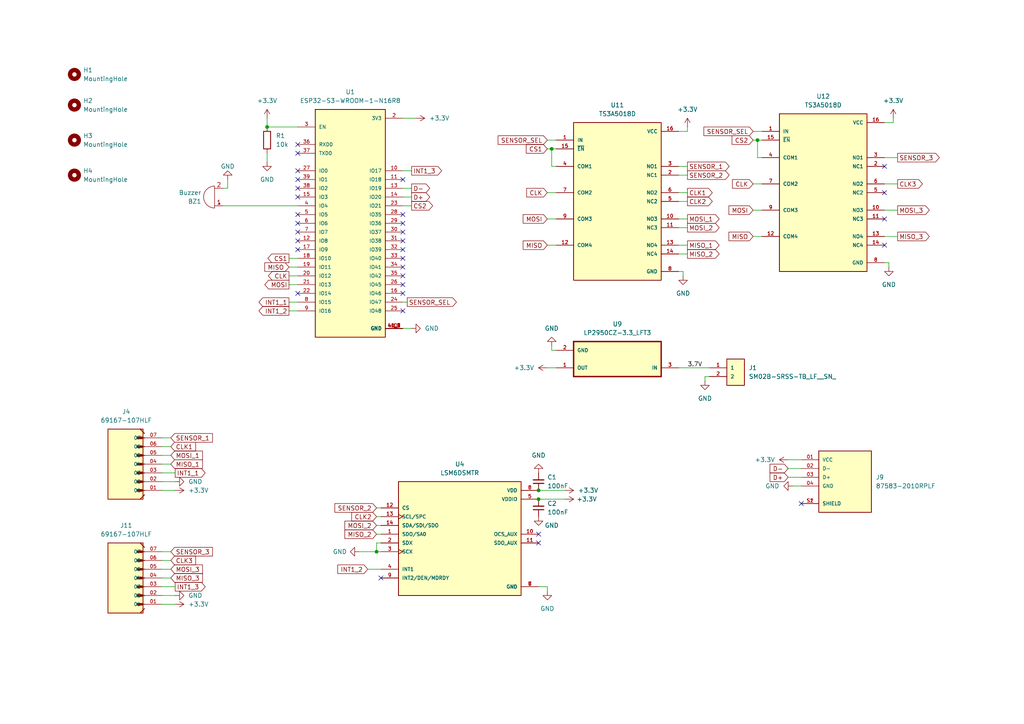
<source format=kicad_sch>
(kicad_sch (version 20230121) (generator eeschema)
  (paper "A4")
  (lib_symbols
    (symbol "69167-107HLF:69167-107HLF" (pin_names (offset 1.016))
      (property "Reference" "J" (at -5.58 10.16 0))
      (property "Value" "69167-107HLF" (at -5.08 -12.7 0))
      (symbol "69167-107HLF_0_0"
        (rectangle (start -4.647 -10.16) (end 5.513 10.16) (stroke (width 0.254)) (fill (type background)))
        (rectangle (start -4.445 -7.9375) (end -2.8575 -7.3025) (stroke (width 0.1)) (fill (type outline)))
        (rectangle (start -4.445 -5.3975) (end -2.8575 -4.7625) (stroke (width 0.1)) (fill (type outline)))
        (rectangle (start -4.445 -2.8575) (end -2.8575 -2.2225) (stroke (width 0.1)) (fill (type outline)))
        (rectangle (start -4.445 -0.3175) (end -2.8575 0.3175) (stroke (width 0.1)) (fill (type outline)))
        (rectangle (start -4.445 2.2225) (end -2.8575 2.8575) (stroke (width 0.1)) (fill (type outline)))
        (rectangle (start -4.445 4.7625) (end -2.8575 5.3975) (stroke (width 0.1)) (fill (type outline)))
        (rectangle (start -4.445 7.3025) (end -2.8575 7.9375) (stroke (width 0.1)) (fill (type outline)))
        (polyline (pts (xy -5.08 -8.89) (xy -3.81 -10.16)) (stroke (width 0.254)))
        (polyline (pts (xy -5.08 -7.62) (xy -3.175 -7.62)) (stroke (width 0.254)))
        (polyline (pts (xy -5.08 -5.08) (xy -3.175 -5.08)) (stroke (width 0.254)))
        (polyline (pts (xy -5.08 -2.54) (xy -3.175 -2.54)) (stroke (width 0.254)))
        (polyline (pts (xy -5.08 0) (xy -3.175 0)) (stroke (width 0.254)))
        (polyline (pts (xy -5.08 2.54) (xy -3.175 2.54)) (stroke (width 0.254)))
        (polyline (pts (xy -5.08 5.08) (xy -3.175 5.08)) (stroke (width 0.254)))
        (polyline (pts (xy -5.08 7.62) (xy -3.175 7.62)) (stroke (width 0.254)))
        (polyline (pts (xy -5.08 8.89) (xy -3.81 10.16)) (stroke (width 0.254)))
        (pin passive line (at -10.16 7.62 0) (length 5.08) (name "01") (number "01"))
        (pin passive line (at -10.16 5.08 0) (length 5.08) (name "02") (number "02"))
        (pin passive line (at -10.16 2.54 0) (length 5.08) (name "03") (number "03"))
        (pin passive line (at -10.16 0 0) (length 5.08) (name "04") (number "04"))
        (pin passive line (at -10.16 -2.54 0) (length 5.08) (name "05") (number "05"))
        (pin passive line (at -10.16 -5.08 0) (length 5.08) (name "06") (number "06"))
        (pin passive line (at -10.16 -7.62 0) (length 5.08) (name "07") (number "07"))
      )
    )
    (symbol "87583-2010RPLF:87583-2010RPLF" (pin_names (offset 1.016))
      (property "Reference" "J" (at -7.62 10.922 0))
      (property "Value" "87583-2010RPLF" (at -7.62 -10.16 0))
      (symbol "87583-2010RPLF_0_0"
        (rectangle (start -7.62 -7.62) (end 7.62 10.16) (stroke (width 0.254)) (fill (type background)))
        (pin power_in line (at -12.7 7.62 0) (length 5.08) (name "VCC") (number "01"))
        (pin bidirectional line (at -12.7 5.08 0) (length 5.08) (name "D-") (number "02"))
        (pin bidirectional line (at -12.7 2.54 0) (length 5.08) (name "D+") (number "03"))
        (pin power_in line (at -12.7 0 0) (length 5.08) (name "GND") (number "04"))
        (pin passive line (at -12.7 -5.08 0) (length 5.08) (name "SHIELD") (number "S1"))
        (pin passive line (at -12.7 -5.08 0) (length 5.08) (name "SHIELD") (number "S2"))
      )
    )
    (symbol "Device:Buzzer" (pin_names (offset 0.0254) hide)
      (property "Reference" "BZ" (at 3.81 1.27 0))
      (property "Value" "Buzzer" (at 3.81 -1.27 0))
      (symbol "Buzzer_0_1"
        (arc (start 0 -3.175) (mid 3.1612 0) (end 0 3.175))
        (polyline (pts (xy -1.651 1.905) (xy -1.143 1.905)))
        (polyline (pts (xy -1.397 2.159) (xy -1.397 1.651)))
        (polyline (pts (xy 0 3.175) (xy 0 -3.175)))
      )
      (symbol "Buzzer_1_1"
        (pin passive line (at -2.54 2.54 0) (length 2.54) (name "+") (number "1"))
        (pin passive line (at -2.54 -2.54 0) (length 2.54) (name "-") (number "2"))
      )
    )
    (symbol "Device:C_Small" (pin_numbers hide) (pin_names (offset 0.254) hide)
      (property "Reference" "C" (at 0.254 1.778 0))
      (property "Value" "C_Small" (at 0.254 -2.032 0))
      (symbol "C_Small_0_1"
        (polyline (pts (xy -1.524 -0.508) (xy 1.524 -0.508)) (stroke (width 0.3302)))
        (polyline (pts (xy -1.524 0.508) (xy 1.524 0.508)) (stroke (width 0.3048)))
      )
      (symbol "C_Small_1_1"
        (pin passive line (at 0 2.54 270) (length 2.032) (name "~") (number "1"))
        (pin passive line (at 0 -2.54 90) (length 2.032) (name "~") (number "2"))
      )
    )
    (symbol "Device:R" (pin_numbers hide) (pin_names (offset 0))
      (property "Reference" "R" (at 2.032 0 90))
      (property "Value" "R" (at 0 0 90))
      (symbol "R_0_1"
        (rectangle (start -1.016 -2.54) (end 1.016 2.54) (stroke (width 0.254)))
      )
      (symbol "R_1_1"
        (pin passive line (at 0 3.81 270) (length 1.27) (name "~") (number "1"))
        (pin passive line (at 0 -3.81 90) (length 1.27) (name "~") (number "2"))
      )
    )
    (symbol "ESP32-S3-WROOM-1-N16R8:ESP32-S3-WROOM-1-N16R8" (pin_names (offset 1.016))
      (property "Reference" "U" (at -10.16 31.5722 0))
      (property "Value" "ESP32-S3-WROOM-1-N16R8" (at -10.16 -38.1 0))
      (symbol "ESP32-S3-WROOM-1-N16R8_0_0"
        (rectangle (start -10.16 -35.56) (end 10.16 30.48) (stroke (width 0.254)) (fill (type background)))
        (pin power_in line (at 15.24 -33.02 180) (length 5.08) (name "GND") (number "1"))
        (pin bidirectional line (at 15.24 12.7 180) (length 5.08) (name "IO17") (number "10"))
        (pin bidirectional line (at 15.24 10.16 180) (length 5.08) (name "IO18") (number "11"))
        (pin bidirectional line (at -15.24 -7.62 0) (length 5.08) (name "IO8") (number "12"))
        (pin bidirectional line (at 15.24 7.62 180) (length 5.08) (name "IO19") (number "13"))
        (pin bidirectional line (at 15.24 5.08 180) (length 5.08) (name "IO20") (number "14"))
        (pin bidirectional line (at -15.24 5.08 0) (length 5.08) (name "IO3") (number "15"))
        (pin bidirectional line (at 15.24 -22.86 180) (length 5.08) (name "IO46") (number "16"))
        (pin bidirectional line (at -15.24 -10.16 0) (length 5.08) (name "IO9") (number "17"))
        (pin bidirectional line (at -15.24 -12.7 0) (length 5.08) (name "IO10") (number "18"))
        (pin bidirectional line (at -15.24 -15.24 0) (length 5.08) (name "IO11") (number "19"))
        (pin power_in line (at 15.24 27.94 180) (length 5.08) (name "3V3") (number "2"))
        (pin bidirectional line (at -15.24 -17.78 0) (length 5.08) (name "IO12") (number "20"))
        (pin bidirectional line (at -15.24 -20.32 0) (length 5.08) (name "IO13") (number "21"))
        (pin bidirectional line (at -15.24 -22.86 0) (length 5.08) (name "IO14") (number "22"))
        (pin bidirectional line (at 15.24 2.54 180) (length 5.08) (name "IO21") (number "23"))
        (pin bidirectional line (at 15.24 -25.4 180) (length 5.08) (name "IO47") (number "24"))
        (pin bidirectional line (at 15.24 -27.94 180) (length 5.08) (name "IO48") (number "25"))
        (pin bidirectional line (at 15.24 -20.32 180) (length 5.08) (name "IO45") (number "26"))
        (pin bidirectional line (at -15.24 12.7 0) (length 5.08) (name "IO0") (number "27"))
        (pin bidirectional line (at 15.24 0 180) (length 5.08) (name "IO35") (number "28"))
        (pin bidirectional line (at 15.24 -2.54 180) (length 5.08) (name "IO36") (number "29"))
        (pin input line (at -15.24 25.4 0) (length 5.08) (name "EN") (number "3"))
        (pin bidirectional line (at 15.24 -5.08 180) (length 5.08) (name "IO37") (number "30"))
        (pin bidirectional line (at 15.24 -7.62 180) (length 5.08) (name "IO38") (number "31"))
        (pin bidirectional line (at 15.24 -10.16 180) (length 5.08) (name "IO39") (number "32"))
        (pin bidirectional line (at 15.24 -12.7 180) (length 5.08) (name "IO40") (number "33"))
        (pin bidirectional line (at 15.24 -15.24 180) (length 5.08) (name "IO41") (number "34"))
        (pin bidirectional line (at 15.24 -17.78 180) (length 5.08) (name "IO42") (number "35"))
        (pin bidirectional line (at -15.24 20.32 0) (length 5.08) (name "RXD0") (number "36"))
        (pin bidirectional line (at -15.24 17.78 0) (length 5.08) (name "TXD0") (number "37"))
        (pin bidirectional line (at -15.24 7.62 0) (length 5.08) (name "IO2") (number "38"))
        (pin bidirectional line (at -15.24 10.16 0) (length 5.08) (name "IO1") (number "39"))
        (pin bidirectional line (at -15.24 2.54 0) (length 5.08) (name "IO4") (number "4"))
        (pin power_in line (at 15.24 -33.02 180) (length 5.08) (name "GND") (number "40"))
        (pin power_in line (at 15.24 -33.02 180) (length 5.08) (name "GND") (number "41_1"))
        (pin power_in line (at 15.24 -33.02 180) (length 5.08) (name "GND") (number "41_2"))
        (pin power_in line (at 15.24 -33.02 180) (length 5.08) (name "GND") (number "41_3"))
        (pin power_in line (at 15.24 -33.02 180) (length 5.08) (name "GND") (number "41_4"))
        (pin power_in line (at 15.24 -33.02 180) (length 5.08) (name "GND") (number "41_5"))
        (pin power_in line (at 15.24 -33.02 180) (length 5.08) (name "GND") (number "41_6"))
        (pin power_in line (at 15.24 -33.02 180) (length 5.08) (name "GND") (number "41_7"))
        (pin power_in line (at 15.24 -33.02 180) (length 5.08) (name "GND") (number "41_8"))
        (pin power_in line (at 15.24 -33.02 180) (length 5.08) (name "GND") (number "41_9"))
        (pin bidirectional line (at -15.24 0 0) (length 5.08) (name "IO5") (number "5"))
        (pin bidirectional line (at -15.24 -2.54 0) (length 5.08) (name "IO6") (number "6"))
        (pin bidirectional line (at -15.24 -5.08 0) (length 5.08) (name "IO7") (number "7"))
        (pin bidirectional line (at -15.24 -25.4 0) (length 5.08) (name "IO15") (number "8"))
        (pin bidirectional line (at -15.24 -27.94 0) (length 5.08) (name "IO16") (number "9"))
      )
    )
    (symbol "LP2950CZ-3.3_LFT3:LP2950CZ-3.3_LFT3" (pin_names (offset 1.016))
      (property "Reference" "U" (at -12.7 6.08 0))
      (property "Value" "LP2950CZ-3.3_LFT3" (at -12.7 -9.08 0))
      (symbol "LP2950CZ-3.3_LFT3_0_0"
        (rectangle (start -12.7 -5.08) (end 12.7 5.08) (stroke (width 0.41)) (fill (type background)))
        (pin output line (at 17.78 2.54 180) (length 5.08) (name "OUT") (number "1"))
        (pin power_in line (at 17.78 -2.54 180) (length 5.08) (name "GND") (number "2"))
        (pin input line (at -17.78 2.54 0) (length 5.08) (name "IN") (number "3"))
      )
    )
    (symbol "LSM6DSMTR:LSM6DSMTR" (pin_names (offset 1.016))
      (property "Reference" "U" (at -17.78 16.51 0))
      (property "Value" "LSM6DSMTR" (at -17.78 -21.59 0))
      (symbol "LSM6DSMTR_0_0"
        (rectangle (start -17.78 -17.78) (end 17.78 15.24) (stroke (width 0.254)) (fill (type background)))
        (pin bidirectional line (at -22.86 0 0) (length 5.08) (name "SDO/SA0") (number "1"))
        (pin input line (at 22.86 0 180) (length 5.08) (name "OCS_AUX") (number "10"))
        (pin bidirectional line (at 22.86 -2.54 180) (length 5.08) (name "SDO_AUX") (number "11"))
        (pin input line (at -22.86 7.62 0) (length 5.08) (name "CS") (number "12"))
        (pin input clock (at -22.86 5.08 0) (length 5.08) (name "SCL/SPC") (number "13"))
        (pin bidirectional line (at -22.86 2.54 0) (length 5.08) (name "SDA/SDI/SDO") (number "14"))
        (pin bidirectional line (at -22.86 -2.54 0) (length 5.08) (name "SDX") (number "2"))
        (pin bidirectional clock (at -22.86 -5.08 0) (length 5.08) (name "SCX") (number "3"))
        (pin input line (at -22.86 -10.16 0) (length 5.08) (name "INT1") (number "4"))
        (pin power_in line (at 22.86 10.16 180) (length 5.08) (name "VDDIO") (number "5"))
        (pin power_in line (at 22.86 -15.24 180) (length 5.08) (name "GND") (number "6"))
        (pin power_in line (at 22.86 -15.24 180) (length 5.08) (name "GND") (number "7"))
        (pin power_in line (at 22.86 12.7 180) (length 5.08) (name "VDD") (number "8"))
        (pin input line (at -22.86 -12.7 0) (length 5.08) (name "INT2/DEN/MDRDY") (number "9"))
      )
    )
    (symbol "Mechanical:MountingHole" (pin_names (offset 1.016))
      (property "Reference" "H" (at 0 5.08 0))
      (property "Value" "MountingHole" (at 0 3.175 0))
      (symbol "MountingHole_0_1"
        (circle (center 0 0) (radius 1.27) (stroke (width 1.27)))
      )
    )
    (symbol "SM02B-SRSS-TB_LF__SN_:SM02B-SRSS-TB_LF__SN_" (pin_names (offset 1.016))
      (property "Reference" "J" (at 11.4936 5.1092 0))
      (property "Value" "SM02B-SRSS-TB_LF__SN_" (at 11.4908 2.5582 0))
      (symbol "SM02B-SRSS-TB_LF__SN__0_0"
        (rectangle (start 5.08 0) (end 10.16 7.62) (stroke (width 0.254)) (fill (type background)))
        (pin bidirectional line (at 0 5.08 0) (length 5.08) (name "1") (number "1"))
        (pin bidirectional line (at 0 2.54 0) (length 5.08) (name "2") (number "2"))
      )
    )
    (symbol "TS3A5018D:TS3A5018D" (pin_names (offset 1.016))
      (property "Reference" "U" (at -12.7 23.86 0))
      (property "Value" "TS3A5018D" (at -12.7 -25.336 0))
      (symbol "TS3A5018D_0_0"
        (rectangle (start -12.7 -22.86) (end 12.7 22.86) (stroke (width 0.254)) (fill (type background)))
        (pin input line (at -17.78 17.78 0) (length 5.08) (name "IN") (number "1"))
        (pin passive line (at 17.78 -5.08 180) (length 5.08) (name "NO3") (number "10"))
        (pin passive line (at 17.78 -7.62 180) (length 5.08) (name "NC3") (number "11"))
        (pin passive line (at -17.78 -12.7 0) (length 5.08) (name "COM4") (number "12"))
        (pin passive line (at 17.78 -12.7 180) (length 5.08) (name "NO4") (number "13"))
        (pin passive line (at 17.78 -15.24 180) (length 5.08) (name "NC4") (number "14"))
        (pin input line (at -17.78 15.24 0) (length 5.08) (name "~{EN}") (number "15"))
        (pin power_in line (at 17.78 20.32 180) (length 5.08) (name "VCC") (number "16"))
        (pin passive line (at 17.78 7.62 180) (length 5.08) (name "NC1") (number "2"))
        (pin passive line (at 17.78 10.16 180) (length 5.08) (name "NO1") (number "3"))
        (pin passive line (at -17.78 10.16 0) (length 5.08) (name "COM1") (number "4"))
        (pin passive line (at 17.78 0 180) (length 5.08) (name "NC2") (number "5"))
        (pin passive line (at 17.78 2.54 180) (length 5.08) (name "NO2") (number "6"))
        (pin passive line (at -17.78 2.54 0) (length 5.08) (name "COM2") (number "7"))
        (pin power_in line (at 17.78 -20.32 180) (length 5.08) (name "GND") (number "8"))
        (pin passive line (at -17.78 -5.08 0) (length 5.08) (name "COM3") (number "9"))
      )
    )
    (symbol "power:+3.3V" (power) (pin_names (offset 0))
      (property "Value" "+3.3V" (at 0 3.556 0))
      (symbol "+3.3V_0_1"
        (polyline (pts (xy -0.762 1.27) (xy 0 2.54)))
        (polyline (pts (xy 0 0) (xy 0 2.54)))
        (polyline (pts (xy 0 2.54) (xy 0.762 1.27)))
      )
      (symbol "+3.3V_1_1"
        (pin power_in line (at 0 0 90) (length 0) hide (name "+3.3V") (number "1"))
      )
    )
    (symbol "power:GND" (power) (pin_names (offset 0))
      (property "Value" "GND" (at 0 -3.81 0))
      (symbol "GND_0_1"
        (polyline (pts (xy 0 0) (xy 0 -1.27) (xy 1.27 -1.27) (xy 0 -2.54) (xy -1.27 -1.27) (xy 0 -1.27)))
      )
      (symbol "GND_1_1"
        (pin power_in line (at 0 0 270) (length 0) hide (name "GND") (number "1"))
      )
    )
  )
  (junction (at 160.02 43.18))
  (junction (at 156.21 142.24))
  (junction (at 109.22 160.02))
  (junction (at 77.47 36.83))
  (junction (at 219.71 40.64))
  (junction (at 156.21 144.78))
  (no_connect (at 116.84 90.17))
  (no_connect (at 116.84 74.93))
  (no_connect (at 256.54 55.88))
  (no_connect (at 110.49 167.64))
  (no_connect (at 86.36 49.53))
  (no_connect (at 116.84 77.47))
  (no_connect (at 256.54 48.26))
  (no_connect (at 116.84 69.85))
  (no_connect (at 86.36 64.77))
  (no_connect (at 86.36 41.91))
  (no_connect (at 86.36 54.61))
  (no_connect (at 86.36 44.45))
  (no_connect (at 86.36 52.07))
  (no_connect (at 156.21 157.48))
  (no_connect (at 232.41 146.05))
  (no_connect (at 86.36 69.85))
  (no_connect (at 256.54 63.5))
  (no_connect (at 86.36 67.31))
  (no_connect (at 256.54 71.12))
  (no_connect (at 86.36 85.09))
  (no_connect (at 116.84 64.77))
  (no_connect (at 86.36 62.23))
  (no_connect (at 116.84 72.39))
  (no_connect (at 116.84 67.31))
  (no_connect (at 86.36 72.39))
  (no_connect (at 156.21 154.94))
  (no_connect (at 116.84 80.01))
  (no_connect (at 116.84 62.23))
  (no_connect (at 86.36 57.15))
  (no_connect (at 116.84 52.07))
  (no_connect (at 116.84 85.09))
  (no_connect (at 116.84 82.55))
  (wire (pts (xy 46.99 137.16) (xy 50.8 137.16)))
  (wire (pts (xy 83.82 82.55) (xy 86.36 82.55)))
  (wire (pts (xy 158.75 63.5) (xy 161.29 63.5)))
  (wire (pts (xy 46.99 134.62) (xy 49.53 134.62)))
  (wire (pts (xy 219.71 45.72) (xy 220.98 45.72)))
  (wire (pts (xy 83.82 90.17) (xy 86.36 90.17)))
  (wire (pts (xy 77.47 44.45) (xy 77.47 46.99)))
  (wire (pts (xy 196.85 38.1) (xy 199.39 38.1)))
  (wire (pts (xy 256.54 45.72) (xy 260.35 45.72)))
  (wire (pts (xy 160.02 48.26) (xy 161.29 48.26)))
  (wire (pts (xy 104.14 160.02) (xy 109.22 160.02)))
  (wire (pts (xy 156.21 144.78) (xy 163.83 144.78)))
  (wire (pts (xy 46.99 167.64) (xy 49.53 167.64)))
  (wire (pts (xy 46.99 165.1) (xy 49.53 165.1)))
  (wire (pts (xy 160.02 43.18) (xy 161.29 43.18)))
  (wire (pts (xy 83.82 80.01) (xy 86.36 80.01)))
  (wire (pts (xy 218.44 53.34) (xy 220.98 53.34)))
  (wire (pts (xy 219.71 40.64) (xy 219.71 45.72)))
  (wire (pts (xy 109.22 149.86) (xy 110.49 149.86)))
  (wire (pts (xy 219.71 40.64) (xy 220.98 40.64)))
  (wire (pts (xy 158.75 55.88) (xy 161.29 55.88)))
  (wire (pts (xy 228.6 138.43) (xy 232.41 138.43)))
  (wire (pts (xy 160.02 43.18) (xy 160.02 48.26)))
  (wire (pts (xy 218.44 60.96) (xy 220.98 60.96)))
  (wire (pts (xy 83.82 74.93) (xy 86.36 74.93)))
  (wire (pts (xy 46.99 175.26) (xy 50.8 175.26)))
  (wire (pts (xy 161.29 101.6) (xy 160.02 101.6)))
  (wire (pts (xy 196.85 78.74) (xy 198.12 78.74)))
  (wire (pts (xy 83.82 87.63) (xy 86.36 87.63)))
  (wire (pts (xy 199.39 38.1) (xy 199.39 36.83)))
  (wire (pts (xy 158.75 43.18) (xy 160.02 43.18)))
  (wire (pts (xy 196.85 66.04) (xy 199.39 66.04)))
  (wire (pts (xy 46.99 139.7) (xy 50.8 139.7)))
  (wire (pts (xy 256.54 35.56) (xy 259.08 35.56)))
  (wire (pts (xy 116.84 54.61) (xy 119.38 54.61)))
  (wire (pts (xy 118.11 87.63) (xy 116.84 87.63)))
  (wire (pts (xy 228.6 135.89) (xy 232.41 135.89)))
  (wire (pts (xy 256.54 60.96) (xy 260.35 60.96)))
  (wire (pts (xy 158.75 170.18) (xy 158.75 171.45)))
  (wire (pts (xy 256.54 53.34) (xy 260.35 53.34)))
  (wire (pts (xy 259.08 35.56) (xy 259.08 34.29)))
  (wire (pts (xy 109.22 154.94) (xy 110.49 154.94)))
  (wire (pts (xy 77.47 36.83) (xy 86.36 36.83)))
  (wire (pts (xy 196.85 71.12) (xy 199.39 71.12)))
  (wire (pts (xy 109.22 160.02) (xy 110.49 160.02)))
  (wire (pts (xy 218.44 38.1) (xy 220.98 38.1)))
  (wire (pts (xy 116.84 34.29) (xy 120.65 34.29)))
  (wire (pts (xy 46.99 162.56) (xy 49.53 162.56)))
  (wire (pts (xy 196.85 63.5) (xy 199.39 63.5)))
  (wire (pts (xy 66.04 54.61) (xy 64.77 54.61)))
  (wire (pts (xy 156.21 142.24) (xy 163.83 142.24)))
  (wire (pts (xy 256.54 68.58) (xy 260.35 68.58)))
  (wire (pts (xy 156.21 170.18) (xy 158.75 170.18)))
  (wire (pts (xy 204.47 109.22) (xy 204.47 110.49)))
  (wire (pts (xy 83.82 77.47) (xy 86.36 77.47)))
  (wire (pts (xy 218.44 40.64) (xy 219.71 40.64)))
  (wire (pts (xy 46.99 172.72) (xy 50.8 172.72)))
  (wire (pts (xy 46.99 160.02) (xy 49.53 160.02)))
  (wire (pts (xy 116.84 49.53) (xy 119.38 49.53)))
  (wire (pts (xy 109.22 157.48) (xy 109.22 160.02)))
  (wire (pts (xy 46.99 132.08) (xy 49.53 132.08)))
  (wire (pts (xy 257.81 76.2) (xy 257.81 77.47)))
  (wire (pts (xy 64.77 59.69) (xy 86.36 59.69)))
  (wire (pts (xy 66.04 52.07) (xy 66.04 54.61)))
  (wire (pts (xy 196.85 50.8) (xy 199.39 50.8)))
  (wire (pts (xy 205.74 109.22) (xy 204.47 109.22)))
  (wire (pts (xy 109.22 147.32) (xy 110.49 147.32)))
  (wire (pts (xy 116.84 57.15) (xy 119.38 57.15)))
  (wire (pts (xy 46.99 142.24) (xy 50.8 142.24)))
  (wire (pts (xy 158.75 71.12) (xy 161.29 71.12)))
  (wire (pts (xy 109.22 152.4) (xy 110.49 152.4)))
  (wire (pts (xy 196.85 106.68) (xy 205.74 106.68)))
  (wire (pts (xy 110.49 157.48) (xy 109.22 157.48)))
  (wire (pts (xy 196.85 55.88) (xy 199.39 55.88)))
  (wire (pts (xy 229.87 140.97) (xy 232.41 140.97)))
  (wire (pts (xy 158.75 106.68) (xy 161.29 106.68)))
  (wire (pts (xy 198.12 78.74) (xy 198.12 80.01)))
  (wire (pts (xy 196.85 48.26) (xy 199.39 48.26)))
  (wire (pts (xy 77.47 34.29) (xy 77.47 36.83)))
  (wire (pts (xy 106.68 165.1) (xy 110.49 165.1)))
  (wire (pts (xy 46.99 127) (xy 49.53 127)))
  (wire (pts (xy 196.85 58.42) (xy 199.39 58.42)))
  (wire (pts (xy 218.44 68.58) (xy 220.98 68.58)))
  (wire (pts (xy 46.99 170.18) (xy 50.8 170.18)))
  (wire (pts (xy 228.6 133.35) (xy 232.41 133.35)))
  (wire (pts (xy 256.54 76.2) (xy 257.81 76.2)))
  (wire (pts (xy 116.84 59.69) (xy 119.38 59.69)))
  (wire (pts (xy 160.02 101.6) (xy 160.02 100.33)))
  (wire (pts (xy 46.99 129.54) (xy 49.53 129.54)))
  (wire (pts (xy 158.75 40.64) (xy 161.29 40.64)))
  (wire (pts (xy 196.85 73.66) (xy 199.39 73.66)))
  (wire (pts (xy 116.84 95.25) (xy 119.38 95.25)))
  (label "3.7V" (at 199.39 106.68 0))
  (global_label "MOSI_2" (shape output) (at 199.39 66.04 0) (property "Intersheetrefs" "${INTERSHEET_REFS}" (effects hide)))
  (global_label "CLK1" (shape input) (at 49.53 129.54 0) (property "Intersheetrefs" "${INTERSHEET_REFS}" (effects hide)))
  (global_label "SENSOR_1" (shape input) (at 49.53 127 0) (property "Intersheetrefs" "${INTERSHEET_REFS}" (effects hide)))
  (global_label "MISO_1" (shape input) (at 49.53 134.62 0) (property "Intersheetrefs" "${INTERSHEET_REFS}" (effects hide)))
  (global_label "D-" (shape input) (at 228.6 135.89 180) (property "Intersheetrefs" "${INTERSHEET_REFS}" (effects hide)))
  (global_label "MOSI_3" (shape output) (at 260.35 60.96 0) (property "Intersheetrefs" "${INTERSHEET_REFS}" (effects hide)))
  (global_label "MOSI" (shape input) (at 158.75 63.5 180) (property "Intersheetrefs" "${INTERSHEET_REFS}" (effects hide)))
  (global_label "CLK2" (shape input) (at 109.22 149.86 180) (property "Intersheetrefs" "${INTERSHEET_REFS}" (effects hide)))
  (global_label "CLK1" (shape output) (at 199.39 55.88 0) (property "Intersheetrefs" "${INTERSHEET_REFS}" (effects hide)))
  (global_label "CS1" (shape input) (at 158.75 43.18 180) (property "Intersheetrefs" "${INTERSHEET_REFS}" (effects hide)))
  (global_label "CLK" (shape input) (at 158.75 55.88 180) (property "Intersheetrefs" "${INTERSHEET_REFS}" (effects hide)))
  (global_label "INT1_3" (shape output) (at 119.38 49.53 0) (property "Intersheetrefs" "${INTERSHEET_REFS}" (effects hide)))
  (global_label "CS1" (shape output) (at 83.82 74.93 180) (property "Intersheetrefs" "${INTERSHEET_REFS}" (effects hide)))
  (global_label "INT1_2" (shape input) (at 106.68 165.1 180) (property "Intersheetrefs" "${INTERSHEET_REFS}" (effects hide)))
  (global_label "MOSI_1" (shape output) (at 199.39 63.5 0) (property "Intersheetrefs" "${INTERSHEET_REFS}" (effects hide)))
  (global_label "D-" (shape output) (at 119.38 54.61 0) (property "Intersheetrefs" "${INTERSHEET_REFS}" (effects hide)))
  (global_label "CLK" (shape input) (at 218.44 53.34 180) (property "Intersheetrefs" "${INTERSHEET_REFS}" (effects hide)))
  (global_label "MISO_2" (shape output) (at 199.39 73.66 0) (property "Intersheetrefs" "${INTERSHEET_REFS}" (effects hide)))
  (global_label "SENSOR_3" (shape input) (at 49.53 160.02 0) (property "Intersheetrefs" "${INTERSHEET_REFS}" (effects hide)))
  (global_label "SENSOR_SEL" (shape output) (at 118.11 87.63 0) (property "Intersheetrefs" "${INTERSHEET_REFS}" (effects hide)))
  (global_label "MISO" (shape input) (at 218.44 68.58 180) (property "Intersheetrefs" "${INTERSHEET_REFS}" (effects hide)))
  (global_label "MISO_3" (shape input) (at 49.53 167.64 0) (property "Intersheetrefs" "${INTERSHEET_REFS}" (effects hide)))
  (global_label "D+" (shape output) (at 119.38 57.15 0) (property "Intersheetrefs" "${INTERSHEET_REFS}" (effects hide)))
  (global_label "MISO_1" (shape output) (at 199.39 71.12 0) (property "Intersheetrefs" "${INTERSHEET_REFS}" (effects hide)))
  (global_label "SENSOR_3" (shape output) (at 260.35 45.72 0) (property "Intersheetrefs" "${INTERSHEET_REFS}" (effects hide)))
  (global_label "MOSI_1" (shape input) (at 49.53 132.08 0) (property "Intersheetrefs" "${INTERSHEET_REFS}" (effects hide)))
  (global_label "INT1_1" (shape output) (at 50.8 137.16 0) (property "Intersheetrefs" "${INTERSHEET_REFS}" (effects hide)))
  (global_label "CLK" (shape output) (at 83.82 80.01 180) (property "Intersheetrefs" "${INTERSHEET_REFS}" (effects hide)))
  (global_label "CS2" (shape input) (at 218.44 40.64 180) (property "Intersheetrefs" "${INTERSHEET_REFS}" (effects hide)))
  (global_label "MISO_2" (shape input) (at 109.22 154.94 180) (property "Intersheetrefs" "${INTERSHEET_REFS}" (effects hide)))
  (global_label "CLK3" (shape input) (at 49.53 162.56 0) (property "Intersheetrefs" "${INTERSHEET_REFS}" (effects hide)))
  (global_label "MOSI" (shape input) (at 218.44 60.96 180) (property "Intersheetrefs" "${INTERSHEET_REFS}" (effects hide)))
  (global_label "CLK3" (shape output) (at 260.35 53.34 0) (property "Intersheetrefs" "${INTERSHEET_REFS}" (effects hide)))
  (global_label "SENSOR_2" (shape output) (at 199.39 50.8 0) (property "Intersheetrefs" "${INTERSHEET_REFS}" (effects hide)))
  (global_label "MISO" (shape input) (at 83.82 77.47 180) (property "Intersheetrefs" "${INTERSHEET_REFS}" (effects hide)))
  (global_label "CS2" (shape output) (at 119.38 59.69 0) (property "Intersheetrefs" "${INTERSHEET_REFS}" (effects hide)))
  (global_label "SENSOR_1" (shape output) (at 199.39 48.26 0) (property "Intersheetrefs" "${INTERSHEET_REFS}" (effects hide)))
  (global_label "SENSOR_SEL" (shape input) (at 158.75 40.64 180) (property "Intersheetrefs" "${INTERSHEET_REFS}" (effects hide)))
  (global_label "D+" (shape input) (at 228.6 138.43 180) (property "Intersheetrefs" "${INTERSHEET_REFS}" (effects hide)))
  (global_label "CLK2" (shape output) (at 199.39 58.42 0) (property "Intersheetrefs" "${INTERSHEET_REFS}" (effects hide)))
  (global_label "INT1_3" (shape output) (at 50.8 170.18 0) (property "Intersheetrefs" "${INTERSHEET_REFS}" (effects hide)))
  (global_label "MOSI_3" (shape input) (at 49.53 165.1 0) (property "Intersheetrefs" "${INTERSHEET_REFS}" (effects hide)))
  (global_label "SENSOR_2" (shape input) (at 109.22 147.32 180) (property "Intersheetrefs" "${INTERSHEET_REFS}" (effects hide)))
  (global_label "INT1_2" (shape output) (at 83.82 90.17 180) (property "Intersheetrefs" "${INTERSHEET_REFS}" (effects hide)))
  (global_label "INT1_1" (shape output) (at 83.82 87.63 180) (property "Intersheetrefs" "${INTERSHEET_REFS}" (effects hide)))
  (global_label "MOSI_2" (shape input) (at 109.22 152.4 180) (property "Intersheetrefs" "${INTERSHEET_REFS}" (effects hide)))
  (global_label "MISO_3" (shape output) (at 260.35 68.58 0) (property "Intersheetrefs" "${INTERSHEET_REFS}" (effects hide)))
  (global_label "SENSOR_SEL" (shape input) (at 218.44 38.1 180) (property "Intersheetrefs" "${INTERSHEET_REFS}" (effects hide)))
  (global_label "MISO" (shape input) (at 158.75 71.12 180) (property "Intersheetrefs" "${INTERSHEET_REFS}" (effects hide)))
  (global_label "MOSI" (shape output) (at 83.82 82.55 180) (property "Intersheetrefs" "${INTERSHEET_REFS}" (effects hide)))
  (symbol (lib_id "LP2950CZ-3.3_LFT3:LP2950CZ-3.3_LFT3") (at 179.07 104.14 180) (unit 1)
    (property "Reference" "U9" (at 179.07 93.98 0))
    (property "Value" "LP2950CZ-3.3_LFT3" (at 179.07 96.52 0))
    (property "Footprint" "LP2950CZ-3.3_LFT3:TO92127P521H735-3" (effects hide))
    (property "MF" "Texas Instruments" (effects hide))
    (property "Description" "\n100-mA, 30-V, low-dropout voltage regulator with low IQ\n" (effects hide))
    (property "Package" "TO-92-3 Texas Instruments" (effects hide))
    (property "Price" "None" (effects hide))
    (property "SnapEDA_Link" "https://www.snapeda.com/parts/LP2950CZ-3.3/LFT3/Texas+Instruments/view-part/?ref=snap" (effects hide))
    (property "MP" "LP2950CZ-3.3/LFT3" (effects hide))
    (property "Purchase-URL" "https://www.snapeda.com/api/url_track_click_mouser/?unipart_id=1079240&manufacturer=Texas Instruments&part_name=LP2950CZ-3.3/LFT3&search_term= lp2950cz" (effects hide))
    (property "Availability" "In Stock" (effects hide))
    (property "Check_prices" "https://www.snapeda.com/parts/LP2950CZ-3.3/LFT3/Texas+Instruments/view-part/?ref=eda" (effects hide))
  )
  (symbol (lib_id "Device:Buzzer") (at 62.23 57.15 180) (unit 1)
    (property "Reference" "BZ1" (at 58.42 58.42 0) (effects (justify left)))
    (property "Value" "Buzzer" (at 58.42 55.88 0) (effects (justify left)))
    (property "Footprint" "ECE 445 Footprints:AC-903-D-1P" (effects hide))
  )
  (symbol (lib_id "SM02B-SRSS-TB_LF__SN_:SM02B-SRSS-TB_LF__SN_") (at 205.74 111.76 0) (unit 1)
    (property "Reference" "J1" (at 217.17 106.68 0) (effects (justify left)))
    (property "Value" "SM02B-SRSS-TB_LF__SN_" (at 217.17 109.22 0) (effects (justify left)))
    (property "Footprint" "SM02B-SRSS-TB_LF__SN_:SM02B-SRSS-TB_LF__SN_" (effects hide))
    (property "MF" "JST Sales" (effects hide))
    (property "DESCRIPTION" "SH Series 2 Position 1 mm Pitch Surface Mount Side Entry Shrouded Header" (effects hide))
    (property "PACKAGE" "None" (effects hide))
    (property "PRICE" "0.23 USD" (effects hide))
    (property "Package" "None" (effects hide))
    (property "Check_prices" "https://www.snapeda.com/parts/SM02B-SRSS-TB(LF)(SN)/JST+Sales+America+Inc./view-part/?ref=eda" (effects hide))
    (property "Price" "None" (effects hide))
    (property "SnapEDA_Link" "https://www.snapeda.com/parts/SM02B-SRSS-TB(LF)(SN)/JST+Sales+America+Inc./view-part/?ref=snap" (effects hide))
    (property "MP" "SM02B-SRSS-TB(LF)(SN)" (effects hide))
    (property "Availability" "In Stock" (effects hide))
    (property "AVAILABILITY" "Good" (effects hide))
    (property "Description" "\nConnector Header Surface Mount, Right Angle 2 position 0.039 (1.00mm)\n" (effects hide))
  )
  (symbol (lib_id "power:GND") (at 204.47 110.49 0) (unit 1)
    (property "Reference" "#PWR018" (effects hide))
    (property "Value" "GND" (at 204.47 115.57 0))
  )
  (symbol (lib_id "Mechanical:MountingHole") (at 21.59 40.64 0) (unit 1)
    (property "Reference" "H3" (at 24.13 39.37 0) (effects (justify left)))
    (property "Value" "MountingHole" (at 24.13 41.91 0) (effects (justify left)))
    (property "Footprint" "MountingHole:MountingHole_2mm" (effects hide))
  )
  (symbol (lib_id "LSM6DSMTR:LSM6DSMTR") (at 133.35 154.94 0) (unit 1)
    (property "Reference" "U4" (at 133.35 134.62 0))
    (property "Value" "LSM6DSMTR" (at 133.35 137.16 0))
    (property "Footprint" "LSM6DSMTR (1):PQFN50P300X250X86-14N" (effects hide))
    (property "MF" "STMicroelectronics" (effects hide))
    (property "MAXIMUM_PACKAGE_HEIGHT" "0.86 mm" (effects hide))
    (property "Package" "VFLGA-14 STMicroelectronics" (effects hide))
    (property "Price" "None" (effects hide))
    (property "Check_prices" "https://www.snapeda.com/parts/LSM6DSMTR/STMicroelectronics/view-part/?ref=eda" (effects hide))
    (property "STANDARD" "IPC 7351B" (effects hide))
    (property "PARTREV" "Rev 7" (effects hide))
    (property "SnapEDA_Link" "https://www.snapeda.com/parts/LSM6DSMTR/STMicroelectronics/view-part/?ref=snap" (effects hide))
    (property "MP" "LSM6DSMTR" (effects hide))
    (property "Purchase-URL" "https://www.snapeda.com/api/url_track_click_mouser/?unipart_id=581716&manufacturer=STMicroelectronics&part_name=LSM6DSMTR&search_term=None" (effects hide))
    (property "Description" "\nAccelerometer, Gyroscope, Temperature, 6 Axis Sensor I2C, SPI Output\n" (effects hide))
    (property "Availability" "In Stock" (effects hide))
    (property "MANUFACTURER" "STMicroelectronics" (effects hide))
  )
  (symbol (lib_id "TS3A5018D:TS3A5018D") (at 179.07 58.42 0) (unit 1)
    (property "Reference" "U11" (at 179.07 30.48 0))
    (property "Value" "TS3A5018D" (at 179.07 33.02 0))
    (property "Footprint" "TS3A5018D:SOIC127P600X175-16N" (effects hide))
    (property "MF" "Texas Instruments" (effects hide))
    (property "MAXIMUM_PACKAGE_HEIGHT" "1.75 mm" (effects hide))
    (property "Package" "SOIC-16 Texas Instruments" (effects hide))
    (property "Price" "None" (effects hide))
    (property "Check_prices" "https://www.snapeda.com/parts/TS3A5018D/Texas+Instruments/view-part/?ref=eda" (effects hide))
    (property "STANDARD" "IPC-7351B" (effects hide))
    (property "PARTREV" "H" (effects hide))
    (property "SnapEDA_Link" "https://www.snapeda.com/parts/TS3A5018D/Texas+Instruments/view-part/?ref=snap" (effects hide))
    (property "MP" "TS3A5018D" (effects hide))
    (property "Purchase-URL" "https://www.snapeda.com/api/url_track_click_mouser/?unipart_id=349302&manufacturer=Texas Instruments&part_name=TS3A5018D&search_term=ts3a5018" (effects hide))
    (property "Description" "\n3.3-V, 2:1 (SPDT), 4-channel general-purpose analog switch\n" (effects hide))
    (property "Availability" "In Stock" (effects hide))
    (property "MANUFACTURER" "Texas Instruments" (effects hide))
  )
  (symbol (lib_id "power:GND") (at 66.04 52.07 180) (unit 1)
    (property "Reference" "#PWR05" (effects hide))
    (property "Value" "GND" (at 66.04 48.26 0))
  )
  (symbol (lib_id "69167-107HLF:69167-107HLF") (at 36.83 167.64 180) (unit 1)
    (property "Reference" "J11" (at 36.6135 152.4 0))
    (property "Value" "69167-107HLF" (at 36.6135 154.94 0))
    (property "Footprint" "69167-107HLF:AMPHENOL_69167-107HLF" (effects hide))
    (property "MF" "Amphenol CS (FCI)" (effects hide))
    (property "Description" "\nPV Shrouded Header, Wire to Board connector, 2 Wall Shrouded Header - Through Hole - Single row - 7 Positions 2.54mm - Vertical.\n" (effects hide))
    (property "Package" "None" (effects hide))
    (property "Price" "None" (effects hide))
    (property "Check_prices" "https://www.snapeda.com/parts/69167-107HLF/Amphenol+FCI/view-part/?ref=eda" (effects hide))
    (property "STANDARD" "Manufacturer Recommendations" (effects hide))
    (property "PARTREV" "W" (effects hide))
    (property "SnapEDA_Link" "https://www.snapeda.com/parts/69167-107HLF/Amphenol+FCI/view-part/?ref=snap" (effects hide))
    (property "MP" "69167-107HLF" (effects hide))
    (property "Purchase-URL" "https://www.snapeda.com/api/url_track_click_mouser/?unipart_id=9742722&manufacturer=Amphenol CS (FCI)&part_name=69167-107HLF&search_term=69167-107hlf" (effects hide))
    (property "Availability" "In Stock" (effects hide))
    (property "MANUFACTURER" "Amphenol CS (FCI)" (effects hide))
  )
  (symbol (lib_id "87583-2010RPLF:87583-2010RPLF") (at 245.11 140.97 0) (unit 1)
    (property "Reference" "J9" (at 254 138.43 0) (effects (justify left)))
    (property "Value" "87583-2010RPLF" (at 254 140.97 0) (effects (justify left)))
    (property "Footprint" "87583-2010RPLF:AMPHENOL_87583-2010RPLF" (effects hide))
    (property "MF" "Amphenol ICC" (effects hide))
    (property "MAXIMUM_PACKAGE_HEIGHT" "7.74mm" (effects hide))
    (property "Package" "None" (effects hide))
    (property "Price" "None" (effects hide))
    (property "Check_prices" "https://www.snapeda.com/parts/87583-2010RPLF/Amphenol+FCI/view-part/?ref=eda" (effects hide))
    (property "STANDARD" "Manufacturer Recommendations" (effects hide))
    (property "PARTREV" "AD" (effects hide))
    (property "SnapEDA_Link" "https://www.snapeda.com/parts/87583-2010RPLF/Amphenol+FCI/view-part/?ref=snap" (effects hide))
    (property "MP" "87583-2010RPLF" (effects hide))
    (property "Purchase-URL" "https://www.snapeda.com/api/url_track_click_mouser/?unipart_id=3822774&manufacturer=Amphenol ICC&part_name=87583-2010RPLF&search_term=87583-2010rplf" (effects hide))
    (property "Description" "\nUSB 2.0, Input Output Connectors, Receptacle, Type A, Standard, Right Angle, Surface Mount, Single Deck, 4 Positions\n" (effects hide))
    (property "Availability" "In Stock" (effects hide))
    (property "MANUFACTURER" "Amphenol" (effects hide))
  )
  (symbol (lib_id "Mechanical:MountingHole") (at 21.59 50.8 0) (unit 1)
    (property "Reference" "H4" (at 24.13 49.53 0) (effects (justify left)))
    (property "Value" "MountingHole" (at 24.13 52.07 0) (effects (justify left)))
    (property "Footprint" "MountingHole:MountingHole_2mm" (effects hide))
  )
  (symbol (lib_id "power:+3.3V") (at 228.6 133.35 90) (unit 1)
    (property "Reference" "#PWR019" (effects hide))
    (property "Value" "+3.3V" (at 224.79 133.35 90) (effects (justify left)))
  )
  (symbol (lib_id "Mechanical:MountingHole") (at 21.59 30.48 0) (unit 1)
    (property "Reference" "H2" (at 24.13 29.21 0) (effects (justify left)))
    (property "Value" "MountingHole" (at 24.13 31.75 0) (effects (justify left)))
    (property "Footprint" "MountingHole:MountingHole_2mm" (effects hide))
  )
  (symbol (lib_id "power:GND") (at 198.12 80.01 0) (unit 1)
    (property "Reference" "#PWR016" (effects hide))
    (property "Value" "GND" (at 198.12 85.09 0))
  )
  (symbol (lib_id "power:+3.3V") (at 120.65 34.29 270) (unit 1)
    (property "Reference" "#PWR024" (effects hide))
    (property "Value" "+3.3V" (at 124.46 34.29 90) (effects (justify left)))
  )
  (symbol (lib_id "power:+3.3V") (at 50.8 175.26 270) (unit 1)
    (property "Reference" "#PWR04" (effects hide))
    (property "Value" "+3.3V" (at 54.61 175.26 90) (effects (justify left)))
  )
  (symbol (lib_id "TS3A5018D:TS3A5018D") (at 238.76 55.88 0) (unit 1)
    (property "Reference" "U12" (at 238.76 27.94 0))
    (property "Value" "TS3A5018D" (at 238.76 30.48 0))
    (property "Footprint" "TS3A5018D:SOIC127P600X175-16N" (effects hide))
    (property "MF" "Texas Instruments" (effects hide))
    (property "MAXIMUM_PACKAGE_HEIGHT" "1.75 mm" (effects hide))
    (property "Package" "SOIC-16 Texas Instruments" (effects hide))
    (property "Price" "None" (effects hide))
    (property "Check_prices" "https://www.snapeda.com/parts/TS3A5018D/Texas+Instruments/view-part/?ref=eda" (effects hide))
    (property "STANDARD" "IPC-7351B" (effects hide))
    (property "PARTREV" "H" (effects hide))
    (property "SnapEDA_Link" "https://www.snapeda.com/parts/TS3A5018D/Texas+Instruments/view-part/?ref=snap" (effects hide))
    (property "MP" "TS3A5018D" (effects hide))
    (property "Purchase-URL" "https://www.snapeda.com/api/url_track_click_mouser/?unipart_id=349302&manufacturer=Texas Instruments&part_name=TS3A5018D&search_term=ts3a5018" (effects hide))
    (property "Description" "\n3.3-V, 2:1 (SPDT), 4-channel general-purpose analog switch\n" (effects hide))
    (property "Availability" "In Stock" (effects hide))
    (property "MANUFACTURER" "Texas Instruments" (effects hide))
  )
  (symbol (lib_id "power:+3.3V") (at 50.8 142.24 270) (unit 1)
    (property "Reference" "#PWR02" (effects hide))
    (property "Value" "+3.3V" (at 54.61 142.24 90) (effects (justify left)))
  )
  (symbol (lib_id "power:+3.3V") (at 77.47 34.29 0) (unit 1)
    (property "Reference" "#PWR07" (effects hide))
    (property "Value" "+3.3V" (at 77.47 29.21 0))
  )
  (symbol (lib_id "power:GND") (at 160.02 100.33 180) (unit 1)
    (property "Reference" "#PWR015" (effects hide))
    (property "Value" "GND" (at 160.02 95.25 0))
  )
  (symbol (lib_id "power:GND") (at 50.8 172.72 90) (unit 1)
    (property "Reference" "#PWR03" (effects hide))
    (property "Value" "GND" (at 54.61 172.72 90) (effects (justify right)))
  )
  (symbol (lib_id "power:GND") (at 50.8 139.7 90) (unit 1)
    (property "Reference" "#PWR01" (effects hide))
    (property "Value" "GND" (at 54.61 139.7 90) (effects (justify right)))
  )
  (symbol (lib_id "ESP32-S3-WROOM-1-N16R8:ESP32-S3-WROOM-1-N16R8") (at 101.6 62.23 0) (unit 1)
    (property "Reference" "U1" (at 101.6 26.67 0))
    (property "Value" "ESP32-S3-WROOM-1-N16R8" (at 101.6 29.21 0))
    (property "Footprint" "ESP32-S3-WROOM-1-N16R8:XCVR_ESP32-S3-WROOM-1-N16R8" (effects hide))
    (property "MF" "Espressif Systems" (effects hide))
    (property "DESCRIPTION" "Bluetooth, WiFi 802.11b/g/n, Bluetooth v5.0 Transceiver Module 2.4GHz PCB Trace Surface Mount" (effects hide))
    (property "PACKAGE" "None" (effects hide))
    (property "PRICE" "None" (effects hide))
    (property "Package" "NON STANDARD Espressif Systems" (effects hide))
    (property "Check_prices" "https://www.snapeda.com/parts/ESP32-S3-WROOM-1-N16R8/Espressif+Systems/view-part/?ref=eda" (effects hide))
    (property "Price" "None" (effects hide))
    (property "SnapEDA_Link" "https://www.snapeda.com/parts/ESP32-S3-WROOM-1-N16R8/Espressif+Systems/view-part/?ref=snap" (effects hide))
    (property "MP" "ESP32-S3-WROOM-1-N16R8" (effects hide))
    (property "Description" "\nBluetooth, WiFi 802.11b/g/n, Bluetooth v5.0 Transceiver Module 2.4GHz PCB Trace Surface Mount\n" (effects hide))
    (property "Availability" "In Stock" (effects hide))
    (property "AVAILABILITY" "In Stock" (effects hide))
    (property "PURCHASE-URL" "https://pricing.snapeda.com/search/part/ESP32-S3-WROOM-1-N8R8/?ref=eda" (effects hide))
  )
  (symbol (lib_id "power:+3.3V") (at 199.39 36.83 0) (unit 1)
    (property "Reference" "#PWR017" (effects hide))
    (property "Value" "+3.3V" (at 199.39 31.75 0))
  )
  (symbol (lib_id "power:+3.3V") (at 158.75 106.68 90) (unit 1)
    (property "Reference" "#PWR023" (effects hide))
    (property "Value" "+3.3V" (at 154.94 106.68 90) (effects (justify left)))
  )
  (symbol (lib_id "Device:C_Small") (at 156.21 139.7 180) (unit 1)
    (property "Reference" "C1" (at 158.75 138.4236 0) (effects (justify right)))
    (property "Value" "100nF" (at 158.75 140.9636 0) (effects (justify right)))
    (property "Footprint" "CL21F104ZAANNNC:CAPC2012X135N" (effects hide))
  )
  (symbol (lib_id "power:GND") (at 156.21 149.86 0) (unit 1)
    (property "Reference" "#PWR011" (effects hide))
    (property "Value" "GND" (at 160.02 152.4 0))
  )
  (symbol (lib_id "Device:C_Small") (at 156.21 147.32 180) (unit 1)
    (property "Reference" "C2" (at 158.75 146.0436 0) (effects (justify right)))
    (property "Value" "100nF" (at 158.75 148.5836 0) (effects (justify right)))
    (property "Footprint" "CL21F104ZAANNNC:CAPC2012X135N" (effects hide))
  )
  (symbol (lib_id "Device:R") (at 77.47 40.64 0) (unit 1)
    (property "Reference" "R1" (at 80.01 39.37 0) (effects (justify left)))
    (property "Value" "10k" (at 80.01 41.91 0) (effects (justify left)))
    (property "Footprint" "RMCF0805JG10K0:RESC2012X65N" (effects hide))
  )
  (symbol (lib_id "Mechanical:MountingHole") (at 21.59 21.59 0) (unit 1)
    (property "Reference" "H1" (at 24.13 20.32 0) (effects (justify left)))
    (property "Value" "MountingHole" (at 24.13 22.86 0) (effects (justify left)))
    (property "Footprint" "MountingHole:MountingHole_2mm" (effects hide))
  )
  (symbol (lib_id "power:GND") (at 156.21 137.16 180) (unit 1)
    (property "Reference" "#PWR010" (effects hide))
    (property "Value" "GND" (at 156.21 132.08 0))
  )
  (symbol (lib_id "power:+3.3V") (at 163.83 144.78 270) (unit 1)
    (property "Reference" "#PWR014" (effects hide))
    (property "Value" "+3.3V" (at 170.18 144.78 90))
  )
  (symbol (lib_id "power:GND") (at 104.14 160.02 270) (unit 1)
    (property "Reference" "#PWR06" (effects hide))
    (property "Value" "GND" (at 96.52 160.02 90) (effects (justify left)))
  )
  (symbol (lib_id "power:GND") (at 229.87 140.97 270) (unit 1)
    (property "Reference" "#PWR020" (effects hide))
    (property "Value" "GND" (at 226.06 140.97 90) (effects (justify right)))
  )
  (symbol (lib_id "power:GND") (at 257.81 77.47 0) (unit 1)
    (property "Reference" "#PWR021" (effects hide))
    (property "Value" "GND" (at 257.81 82.55 0))
  )
  (symbol (lib_id "power:GND") (at 77.47 46.99 0) (unit 1)
    (property "Reference" "#PWR08" (effects hide))
    (property "Value" "GND" (at 77.47 52.07 0))
  )
  (symbol (lib_id "power:GND") (at 119.38 95.25 90) (unit 1)
    (property "Reference" "#PWR09" (effects hide))
    (property "Value" "GND" (at 123.19 95.25 90) (effects (justify right)))
  )
  (symbol (lib_id "power:+3.3V") (at 259.08 34.29 0) (unit 1)
    (property "Reference" "#PWR022" (effects hide))
    (property "Value" "+3.3V" (at 259.08 29.21 0))
  )
  (symbol (lib_id "power:GND") (at 158.75 171.45 0) (unit 1)
    (property "Reference" "#PWR012" (effects hide))
    (property "Value" "GND" (at 158.75 176.53 0))
  )
  (symbol (lib_id "69167-107HLF:69167-107HLF") (at 36.83 134.62 180) (unit 1)
    (property "Reference" "J4" (at 36.6135 119.38 0))
    (property "Value" "69167-107HLF" (at 36.6135 121.92 0))
    (property "Footprint" "69167-107HLF:AMPHENOL_69167-107HLF" (effects hide))
    (property "MF" "Amphenol CS (FCI)" (effects hide))
    (property "Description" "\nPV Shrouded Header, Wire to Board connector, 2 Wall Shrouded Header - Through Hole - Single row - 7 Positions 2.54mm - Vertical.\n" (effects hide))
    (property "Package" "None" (effects hide))
    (property "Price" "None" (effects hide))
    (property "Check_prices" "https://www.snapeda.com/parts/69167-107HLF/Amphenol+FCI/view-part/?ref=eda" (effects hide))
    (property "STANDARD" "Manufacturer Recommendations" (effects hide))
    (property "PARTREV" "W" (effects hide))
    (property "SnapEDA_Link" "https://www.snapeda.com/parts/69167-107HLF/Amphenol+FCI/view-part/?ref=snap" (effects hide))
    (property "MP" "69167-107HLF" (effects hide))
    (property "Purchase-URL" "https://www.snapeda.com/api/url_track_click_mouser/?unipart_id=9742722&manufacturer=Amphenol CS (FCI)&part_name=69167-107HLF&search_term=69167-107hlf" (effects hide))
    (property "Availability" "In Stock" (effects hide))
    (property "MANUFACTURER" "Amphenol CS (FCI)" (effects hide))
  )
  (symbol (lib_id "power:+3.3V") (at 163.83 142.24 270) (unit 1)
    (property "Reference" "#PWR013" (effects hide))
    (property "Value" "+3.3V" (at 167.64 142.24 90) (effects (justify left)))
  )
)
</source>
